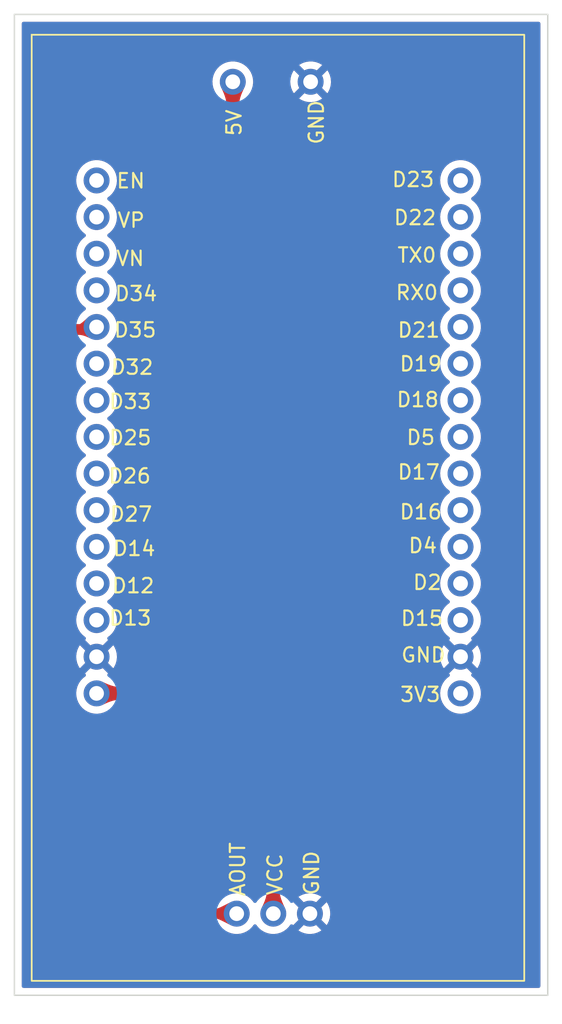
<source format=kicad_pcb>
(kicad_pcb (version 20211014) (generator pcbnew)
  (layers (0 "F.Cu" signal "Front") (31 "B.Cu" signal "Back") (34 "B.Paste" user) (35 "F.Paste" user) (36 "B.SilkS" user "B.Silkscreen") (37 "F.SilkS" user "F.Silkscreen") (38 "B.Mask" user) (39 "F.Mask" user) (44 "Edge.Cuts" user))
  (net 0 "")
  (net 1 "+5V")
  (net 8 "unconnected-(U1-Pad10)")
  (net 26 "GND")
  (footprint "soil moisture:Soil" (layer "F.Cu") (at 122 59)
    (fp_text reference "U1" hide)
    (fp_text value "Soil_moisture")
    (fp_text user "D2" (at 10.64 7.38 unlocked) (layer "F.SilkS"))
    (fp_text user "VN" (at -9.96 -15.08 unlocked) (layer "F.SilkS"))
    (fp_text user "TX0" (at 9.92 -15.31 unlocked) (layer "F.SilkS"))
    (fp_text user "D35" (at -9.62 -10.12 unlocked) (layer "F.SilkS"))
    (fp_text user "EN" (at -9.93 -20.46) (layer "F.SilkS"))
    (fp_text user "D13" (at -9.96 9.85 unlocked) (layer "F.SilkS"))
    (fp_text user "D23" (at 9.66 -20.55 unlocked) (layer "F.SilkS"))
    (fp_text user "D22" (at 9.79 -17.91 unlocked) (layer "F.SilkS"))
    (fp_text user "GND" (at 10.37 12.41 unlocked) (layer "F.SilkS"))
    (fp_text user "D4" (at 10.33 4.83 unlocked) (layer "F.SilkS"))
    (fp_text user "RX0" (at 9.92 -12.71 unlocked) (layer "F.SilkS"))
    (fp_text user "D34" (at -9.56 -12.64 unlocked) (layer "F.SilkS"))
    (fp_text user "D18" (at 9.98 -5.29 unlocked) (layer "F.SilkS"))
    (fp_text user "GND" (at 2.62 27.52 90 unlocked) (layer "F.SilkS"))
    (fp_text user "D16" (at 10.19 2.49 unlocked) (layer "F.SilkS"))
    (fp_text user "GND" (at 2.95 -24.52 -270 unlocked) (layer "F.SilkS"))
    (fp_text user "D25" (at -9.96 -2.65 unlocked) (layer "F.SilkS"))
    (fp_text user "D17" (at 10.05 -0.27 unlocked) (layer "F.SilkS"))
    (fp_text user "D14" (at -9.69 5.03 unlocked) (layer "F.SilkS"))
    (fp_text user "VP" (at -9.9 -17.73 unlocked) (layer "F.SilkS"))
    (fp_text user "D12" (at -9.76 7.61 unlocked) (layer "F.SilkS"))
    (fp_text user "D19" (at 10.19 -7.77 unlocked) (layer "F.SilkS"))
    (fp_text user "VCC" (at 0.08 27.62 90 unlocked) (layer "F.SilkS"))
    (fp_text user "5V" (at -2.76 -24.49 -270 unlocked) (layer "F.SilkS"))
    (fp_text user "D27" (at -9.9 2.65 unlocked) (layer "F.SilkS"))
    (fp_text user "D5" (at 10.19 -2.67 unlocked) (layer "F.SilkS"))
    (fp_text user "D15" (at 10.27 9.87 unlocked) (layer "F.SilkS"))
    (fp_text user "D33" (at -9.96 -5.16 unlocked) (layer "F.SilkS"))
    (fp_text user "AOUT" (at -2.51 27.26 90 unlocked) (layer "F.SilkS"))
    (fp_text user "D32" (at -9.83 -7.54 unlocked) (layer "F.SilkS"))
    (fp_text user "D26" (at -10 0 unlocked) (layer "F.SilkS"))
    (fp_text user "3V3" (at 10.16 15.15 unlocked) (layer "F.SilkS"))
    (fp_text user "D21" (at 10.05 -10.11 unlocked) (layer "F.SilkS"))
    (fp_rect (start -16.8 -30.59) (end 17.37 35) (layer "F.SilkS") (width 0.12) (fill none))
    (pad "1" thru_hole circle (at -2.85 -27.33) (size 1.8 1.8) (drill 1.02) (layers *.Cu *.Mask) (net 1 "+5V"))
    (pad "1" thru_hole circle (at 2.5 30.34) (size 1.8 1.8) (drill 1.02) (layers *.Cu *.Mask) (net 26 "GND"))
    (pad "1" thru_hole circle (at -12.3 -20.49) (size 1.8 1.8) (drill 1.02) (layers *.Cu *.Mask))
    (pad "1" thru_hole circle (at 2.55 -27.33) (size 1.8 1.8) (drill 1.02) (layers *.Cu *.Mask) (net 26 "GND"))
    (pad "1" thru_hole circle (at -2.58 30.34) (size 1.8 1.8) (drill 1.02) (layers *.Cu *.Mask) (net 8 "unconnected-(U1-Pad10)"))
    (pad "1" thru_hole circle (at -0.04 30.34) (size 1.8 1.8) (drill 1.02) (layers *.Cu *.Mask) (net 1 "+5V"))
    (pad "2" thru_hole circle (at -12.3 -17.95) (size 1.8 1.8) (drill 1.02) (layers *.Cu *.Mask))
    (pad "3" thru_hole circle (at -12.3 -15.41) (size 1.8 1.8) (drill 1.02) (layers *.Cu *.Mask))
    (pad "4" thru_hole circle (at -12.3 -12.87) (size 1.8 1.8) (drill 1.02) (layers *.Cu *.Mask))
    (pad "5" thru_hole circle (at -12.3 -10.33) (size 1.8 1.8) (drill 1.02) (layers *.Cu *.Mask) (net 8 "unconnected-(U1-Pad10)"))
    (pad "6" thru_hole circle (at -12.3 -7.79) (size 1.8 1.8) (drill 1.02) (layers *.Cu *.Mask))
    (pad "7" thru_hole circle (at -12.3 -5.25) (size 1.8 1.8) (drill 1.02) (layers *.Cu *.Mask))
    (pad "8" thru_hole circle (at -12.3 -2.71) (size 1.8 1.8) (drill 1.02) (layers *.Cu *.Mask))
    (pad "9" thru_hole circle (at -12.3 -0.17) (size 1.8 1.8) (drill 1.02) (layers *.Cu *.Mask))
    (pad "10" thru_hole circle (at -12.3 2.37) (size 1.8 1.8) (drill 1.02) (layers *.Cu *.Mask))
    (pad "11" thru_hole circle (at -12.3 4.91) (size 1.8 1.8) (drill 1.02) (layers *.Cu *.Mask))
    (pad "12" thru_hole circle (at -12.3 7.45) (size 1.8 1.8) (drill 1.02) (layers *.Cu *.Mask))
    (pad "13" thru_hole circle (at -12.3 9.99) (size 1.8 1.8) (drill 1.02) (layers *.Cu *.Mask))
    (pad "14" thru_hole circle (at -12.3 12.53) (size 1.8 1.8) (drill 1.02) (layers *.Cu *.Mask) (net 26 "GND"))
    (pad "15" thru_hole circle (at -12.3 15.07) (size 1.8 1.8) (drill 1.02) (layers *.Cu *.Mask) (net 1 "+5V"))
    (pad "16" thru_hole circle (at 12.95 -20.49) (size 1.8 1.8) (drill 1.02) (layers *.Cu *.Mask))
    (pad "17" thru_hole circle (at 12.95 -17.95) (size 1.8 1.8) (drill 1.02) (layers *.Cu *.Mask))
    (pad "18" thru_hole circle (at 12.95 -15.41) (size 1.8 1.8) (drill 1.02) (layers *.Cu *.Mask))
    (pad "19" thru_hole circle (at 12.95 -12.87) (size 1.8 1.8) (drill 1.02) (layers *.Cu *.Mask))
    (pad "20" thru_hole circle (at 12.95 -10.33) (size 1.8 1.8) (drill 1.02) (layers *.Cu *.Mask))
    (pad "21" thru_hole circle (at 12.95 -7.79) (size 1.8 1.8) (drill 1.02) (layers *.Cu *.Mask))
    (pad "22" thru_hole circle (at 12.95 -5.25) (size 1.8 1.8) (drill 1.02) (layers *.Cu *.Mask))
    (pad "23" thru_hole circle (at 12.95 -2.71) (size 1.8 1.8) (drill 1.02) (layers *.Cu *.Mask))
    (pad "24" thru_hole circle (at 12.95 -0.17) (size 1.8 1.8) (drill 1.02) (layers *.Cu *.Mask))
    (pad "25" thru_hole circle (at 12.95 2.37) (size 1.8 1.8) (drill 1.02) (layers *.Cu *.Mask))
    (pad "26" thru_hole circle (at 12.95 4.91) (size 1.8 1.8) (drill 1.02) (layers *.Cu *.Mask))
    (pad "27" thru_hole circle (at 12.95 7.45) (size 1.8 1.8) (drill 1.02) (layers *.Cu *.Mask))
    (pad "28" thru_hole circle (at 12.95 9.99) (size 1.8 1.8) (drill 1.02) (layers *.Cu *.Mask))
    (pad "29" thru_hole circle (at 12.95 12.53) (size 1.8 1.8) (drill 1.02) (layers *.Cu *.Mask) (net 26 "GND"))
    (pad "30" thru_hole circle (at 12.95 15.07) (size 1.8 1.8) (drill 1.02) (layers *.Cu *.Mask))
  )
  (gr_line (start 104 27) (end 104 95) (layer "Edge.Cuts") (width 0.1))
  (gr_line (start 104 95) (end 141 95) (layer "Edge.Cuts") (width 0.1))
  (gr_line (start 141 95) (end 141 27) (layer "Edge.Cuts") (width 0.1))
  (gr_line (start 141 27) (end 104 27) (layer "Edge.Cuts") (width 0.1))
  (segment (start 119.19 69.81) (end 121.96 72.58) (width 0.8) (layer "F.Cu") (net 1))
  (segment (start 119.19 69.81) (end 114.93 74.07) (width 0.8) (layer "F.Cu") (net 1))
  (segment (start 121.96 72.58) (end 121.96 89.34) (width 0.8) (layer "F.Cu") (net 1))
  (segment (start 119.19 69.81) (end 119.15 69.77) (width 0.8) (layer "F.Cu") (net 1))
  (segment (start 114.93 74.07) (end 109.7 74.07) (width 0.8) (layer "F.Cu") (net 1))
  (segment (start 119.15 69.77) (end 119.15 31.67) (width 0.8) (layer "F.Cu") (net 1))
  (segment (start 107 50) (end 107 82) (width 0.4) (layer "F.Cu") (net 8))
  (segment (start 108.33 48.67) (end 107 50) (width 0.4) (layer "F.Cu") (net 8))
  (segment (start 109.7 48.67) (end 108.33 48.67) (width 0.4) (layer "F.Cu") (net 8))
  (segment (start 107 82) (end 114.34 89.34) (width 0.4) (layer "F.Cu") (net 8))
  (segment (start 114.34 89.34) (end 119.42 89.34) (width 0.4) (layer "F.Cu") (net 8))
  (zone (net 1) (net_name "+5V") (layer "F.Cu") (priority 16962) (connect_pads yes (clearance 0)) (min_thickness 0.0254) (fill yes (thermal_gap 0.508) (thermal_bridge_width 0.508))
    (polygon (pts (xy 121.56 86.83) (xy 121.558928 87.129883) (xy 121.554367 87.387979) (xy 121.544297 87.612614) (xy 121.526701 87.812116) (xy 121.499559 87.994813) (xy 121.460852 88.169034) (xy 121.408561 88.343105) (xy 121.340668 88.525354) (xy 121.255154 88.72411) (xy 121.15 88.9477) (xy 121.96 89.79) (xy 122.77 88.9477) (xy 122.664845 88.72411) (xy 122.579331 88.525354) (xy 122.511438 88.343105) (xy 122.459147 88.169034) (xy 122.42044 87.994813) (xy 122.393298 87.812116) (xy 122.375702 87.612614) (xy 122.365632 87.387979) (xy 122.361071 87.129883) (xy 122.36 86.83)))
  )
  (zone (net 1) (net_name "+5V") (layer "F.Cu") (priority 16962) (connect_pads yes (clearance 0)) (min_thickness 0.0254) (fill yes (thermal_gap 0.508) (thermal_bridge_width 0.508))
    (polygon (pts (xy 112.21 73.67) (xy 111.910116 73.668928) (xy 111.65202 73.664367) (xy 111.427385 73.654297) (xy 111.227883 73.636701) (xy 111.045186 73.609559) (xy 110.870965 73.570852) (xy 110.696894 73.518561) (xy 110.514645 73.450668) (xy 110.315889 73.365154) (xy 110.0923 73.26) (xy 109.25 74.07) (xy 110.0923 74.88) (xy 110.315889 74.774845) (xy 110.514645 74.689331) (xy 110.696894 74.621438) (xy 110.870965 74.569147) (xy 111.045186 74.53044) (xy 111.227883 74.503298) (xy 111.427385 74.485702) (xy 111.65202 74.475632) (xy 111.910116 74.471071) (xy 112.21 74.47)))
  )
  (zone (net 1) (net_name "+5V") (layer "F.Cu") (priority 16962) (connect_pads yes (clearance 0)) (min_thickness 0.0254) (fill yes (thermal_gap 0.508) (thermal_bridge_width 0.508))
    (polygon (pts (xy 119.55 34.18) (xy 119.551071 33.880116) (xy 119.555632 33.62202) (xy 119.565702 33.397385) (xy 119.583298 33.197883) (xy 119.61044 33.015186) (xy 119.649147 32.840965) (xy 119.701438 32.666894) (xy 119.769331 32.484645) (xy 119.854845 32.285889) (xy 119.96 32.0623) (xy 119.15 31.22) (xy 118.34 32.0623) (xy 118.445154 32.285889) (xy 118.530668 32.484645) (xy 118.598561 32.666894) (xy 118.650852 32.840965) (xy 118.689559 33.015186) (xy 118.716701 33.197883) (xy 118.734297 33.397385) (xy 118.744367 33.62202) (xy 118.748928 33.880116) (xy 118.75 34.18)))
  )
  (zone (net 8) (net_name "unconnected-(U1-Pad10)") (layer "F.Cu") (priority 16962) (connect_pads yes (clearance 0)) (min_thickness 0.0254) (fill yes (thermal_gap 0.508) (thermal_bridge_width 0.508))
    (polygon (pts (xy 107.658249 49.624594) (xy 107.829156 49.469801) (xy 107.992254 49.354571) (xy 108.149976 49.275763) (xy 108.304752 49.230234) (xy 108.459013 49.214843) (xy 108.615191 49.226449) (xy 108.775718 49.261909) (xy 108.943024 49.318082) (xy 109.119541 49.391826) (xy 109.3077 49.48) (xy 110.15 48.67) (xy 109.063604 48.033604) (xy 108.876826 48.209739) (xy 108.707845 48.349836) (xy 108.551484 48.463632) (xy 108.402565 48.560864) (xy 108.255911 48.651271) (xy 108.106344 48.74459) (xy 107.948687 48.85056) (xy 107.777763 48.978918) (xy 107.588395 49.139402) (xy 107.375406 49.341751)))
  )
  (zone (net 8) (net_name "unconnected-(U1-Pad10)") (layer "F.Cu") (priority 16962) (connect_pads yes (clearance 0)) (min_thickness 0.0254) (fill yes (thermal_gap 0.508) (thermal_bridge_width 0.508))
    (polygon (pts (xy 116.91 89.54) (xy 117.213724 89.545779) (xy 117.470407 89.563258) (xy 117.690027 89.592653) (xy 117.88256 89.634176) (xy 118.057986 89.688042) (xy 118.22628 89.754465) (xy 118.397421 89.833658) (xy 118.581386 89.925835) (xy 118.788153 90.031211) (xy 119.0277 90.15) (xy 119.87 89.34) (xy 119.0277 88.53) (xy 118.788153 88.648788) (xy 118.581386 88.754164) (xy 118.397421 88.846341) (xy 118.22628 88.925534) (xy 118.057986 88.991957) (xy 117.88256 89.045823) (xy 117.690027 89.087346) (xy 117.470407 89.116741) (xy 117.213724 89.13422) (xy 116.91 89.14)))
  )
  (zone (net 26) (net_name "GND") (layers F&B.Cu) (connect_pads (clearance 0.508)) (min_thickness 0.254) (fill yes (thermal_gap 0.508) (thermal_bridge_width 0.508))
    (polygon (pts (xy 142 97) (xy 103 97) (xy 103 26) (xy 142 26)))
  )
)
</source>
